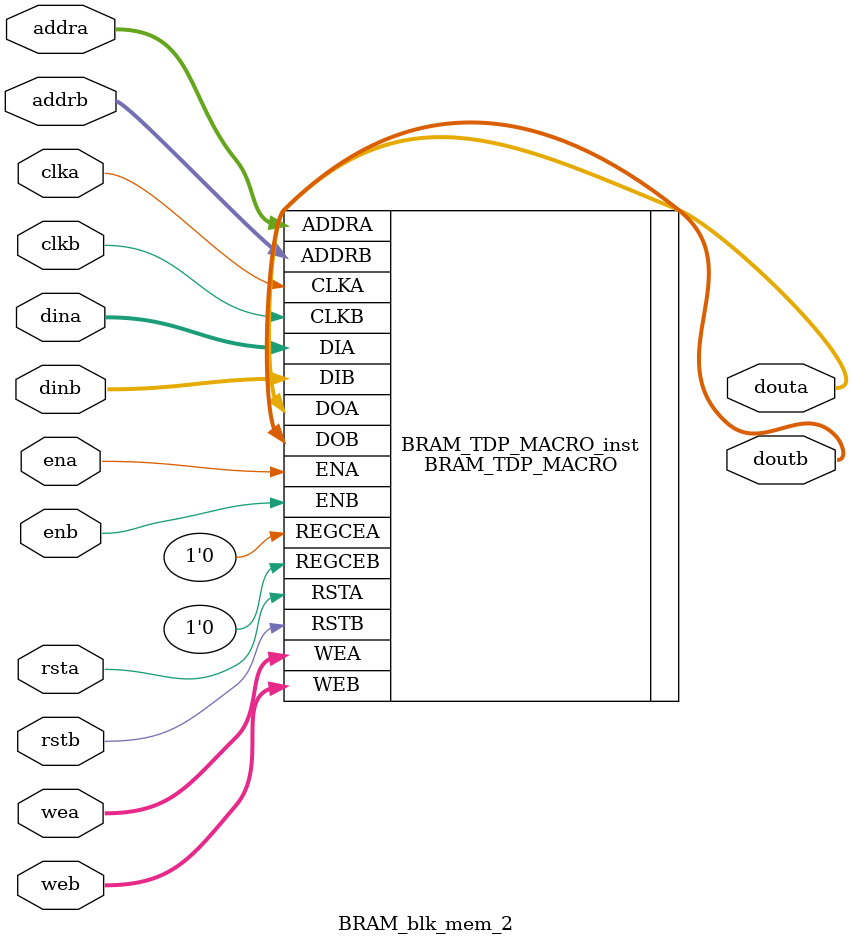
<source format=v>
`timescale 1ns/1ps

module BRAM_blk_mem_2 (
  clka,
  ena,
  wea,
  addra,
  dina,
  douta,
  rsta,
  clkb,
  enb,
  web,
  addrb,
  dinb,
  doutb,
  rstb
);


input wire clka;
input wire clkb;

input wire ena;
input wire enb;

input wire rsta;
input wire rstb;

input wire [3 : 0] wea;
input wire [3 : 0] web;

input wire [9 : 0] addra;
input wire [9 : 0] addrb;

input wire [31 : 0] dina;
input wire [31 : 0] dinb;

output wire [31 : 0] douta;
output wire [31 : 0] doutb;


// BRAM_TDP_MACRO : In order to incorporate this function into the design,
//   Verilog   : the following instance declaration needs to be placed
//  instance   : in the body of the design code.  The instance name
// declaration : (BRAM_TDP_MACRO_inst) and/or the port declarations within the
//    code     : parenthesis may be changed to properly reference and
//             : connect this function to the design.  All inputs
//             : and outputs must be connected.

//  <-----Cut code below this line---->

   // BRAM_TDP_MACRO: True Dual Port RAM
   //                 Virtex-7
   // Xilinx HDL Language Template, version 2016.4
   
   //////////////////////////////////////////////////////////////////////////
   // DATA_WIDTH_A/B | BRAM_SIZE | RAM Depth | ADDRA/B Width | WEA/B Width //
   // ===============|===========|===========|===============|=============//
   //     19-36      |  "36Kb"   |    1024   |    10-bit     |    4-bit    //
   //     10-18      |  "36Kb"   |    2048   |    11-bit     |    2-bit    //
   //     10-18      |  "18Kb"   |    1024   |    10-bit     |    2-bit    //
   //      5-9       |  "36Kb"   |    4096   |    12-bit     |    1-bit    //
   //      5-9       |  "18Kb"   |    2048   |    11-bit     |    1-bit    //
   //      3-4       |  "36Kb"   |    8192   |    13-bit     |    1-bit    //
   //      3-4       |  "18Kb"   |    4096   |    12-bit     |    1-bit    //
   //        2       |  "36Kb"   |   16384   |    14-bit     |    1-bit    //
   //        2       |  "18Kb"   |    8192   |    13-bit     |    1-bit    //
   //        1       |  "36Kb"   |   32768   |    15-bit     |    1-bit    //
   //        1       |  "18Kb"   |   16384   |    14-bit     |    1-bit    //
   //////////////////////////////////////////////////////////////////////////

   BRAM_TDP_MACRO #(
      .BRAM_SIZE("36Kb"), // Target BRAM: "18Kb" or "36Kb" 
      .DEVICE("7SERIES"), // Target device: "7SERIES" 
      .DOA_REG(0),        // Optional port A output register (0 or 1)
      .DOB_REG(0),        // Optional port B output register (0 or 1)
      .INIT_A(36'h00000000),  // Initial values on port A output port
      .INIT_B(36'h00000000), // Initial values on port B output port
      .INIT_FILE ("weight_2.mem"),
      .READ_WIDTH_A (32),   // Valid values are 1-36 (19-36 only valid when BRAM_SIZE="36Kb")
      .READ_WIDTH_B (32),   // Valid values are 1-36 (19-36 only valid when BRAM_SIZE="36Kb")
      .SIM_COLLISION_CHECK ("ALL"), // Collision check enable "ALL", "WARNING_ONLY", 
                                    //   "GENERATE_X_ONLY" or "NONE" 
      .SRVAL_A(36'h00000000), // Set/Reset value for port A output
      .SRVAL_B(36'h00000000), // Set/Reset value for port B output
      .WRITE_MODE_A("WRITE_FIRST"), // "WRITE_FIRST", "READ_FIRST", or "NO_CHANGE" 
      .WRITE_MODE_B("WRITE_FIRST"), // "WRITE_FIRST", "READ_FIRST", or "NO_CHANGE" 
      .WRITE_WIDTH_A(32), // Valid values are 1-36 (19-36 only valid when BRAM_SIZE="36Kb")
      .WRITE_WIDTH_B(32), // Valid values are 1-36 (19-36 only valid when BRAM_SIZE="36Kb")
      .INIT_00(256'h0000000000000000000000000000000000000000000000000000000000000000),
      .INIT_01(256'h0000000000000000000000000000000000000000000000000000000000000000),
      .INIT_02(256'h0000000000000000000000000000000000000000000000000000000000000000),
      .INIT_03(256'h0000000000000000000000000000000000000000000000000000000000000000),
      .INIT_04(256'h0000000000000000000000000000000000000000000000000000000000000000),
      .INIT_05(256'h0000000000000000000000000000000000000000000000000000000000000000),
      .INIT_06(256'h0000000000000000000000000000000000000000000000000000000000000000),
      .INIT_07(256'h0000000000000000000000000000000000000000000000000000000000000000),
      .INIT_08(256'h0000000000000000000000000000000000000000000000000000000000000000),
      .INIT_09(256'h0000000000000000000000000000000000000000000000000000000000000000),
      .INIT_0A(256'h0000000000000000000000000000000000000000000000000000000000000000),
      .INIT_0B(256'h0000000000000000000000000000000000000000000000000000000000000000),
      .INIT_0C(256'h0000000000000000000000000000000000000000000000000000000000000000),
      .INIT_0D(256'h0000000000000000000000000000000000000000000000000000000000000000),
      .INIT_0E(256'h0000000000000000000000000000000000000000000000000000000000000000),
      .INIT_0F(256'h0000000000000000000000000000000000000000000000000000000000000000),
      .INIT_10(256'h0000000000000000000000000000000000000000000000000000000000000000),
      .INIT_11(256'h0000000000000000000000000000000000000000000000000000000000000000),
      .INIT_12(256'h0000000000000000000000000000000000000000000000000000000000000000),
      .INIT_13(256'h0000000000000000000000000000000000000000000000000000000000000000),
      .INIT_14(256'h0000000000000000000000000000000000000000000000000000000000000000),
      .INIT_15(256'h0000000000000000000000000000000000000000000000000000000000000000),
      .INIT_16(256'h0000000000000000000000000000000000000000000000000000000000000000),
      .INIT_17(256'h0000000000000000000000000000000000000000000000000000000000000000),
      .INIT_18(256'h0000000000000000000000000000000000000000000000000000000000000000),
      .INIT_19(256'h0000000000000000000000000000000000000000000000000000000000000000),
      .INIT_1A(256'h0000000000000000000000000000000000000000000000000000000000000000),
      .INIT_1B(256'h0000000000000000000000000000000000000000000000000000000000000000),
      .INIT_1C(256'h0000000000000000000000000000000000000000000000000000000000000000),
      .INIT_1D(256'h0000000000000000000000000000000000000000000000000000000000000000),
      .INIT_1E(256'h0000000000000000000000000000000000000000000000000000000000000000),
      .INIT_1F(256'h0000000000000000000000000000000000000000000000000000000000000000),
      .INIT_20(256'h0000000000000000000000000000000000000000000000000000000000000000),
      .INIT_21(256'h0000000000000000000000000000000000000000000000000000000000000000),
      .INIT_22(256'h0000000000000000000000000000000000000000000000000000000000000000),
      .INIT_23(256'h0000000000000000000000000000000000000000000000000000000000000000),
      .INIT_24(256'h0000000000000000000000000000000000000000000000000000000000000000),
      .INIT_25(256'h0000000000000000000000000000000000000000000000000000000000000000),
      .INIT_26(256'h0000000000000000000000000000000000000000000000000000000000000000),
      .INIT_27(256'h0000000000000000000000000000000000000000000000000000000000000000),
      .INIT_28(256'h0000000000000000000000000000000000000000000000000000000000000000),
      .INIT_29(256'h0000000000000000000000000000000000000000000000000000000000000000),
      .INIT_2A(256'h0000000000000000000000000000000000000000000000000000000000000000),
      .INIT_2B(256'h0000000000000000000000000000000000000000000000000000000000000000),
      .INIT_2C(256'h0000000000000000000000000000000000000000000000000000000000000000),
      .INIT_2D(256'h0000000000000000000000000000000000000000000000000000000000000000),
      .INIT_2E(256'h0000000000000000000000000000000000000000000000000000000000000000),
      .INIT_2F(256'h0000000000000000000000000000000000000000000000000000000000000000),
      .INIT_30(256'h0000000000000000000000000000000000000000000000000000000000000000),
      .INIT_31(256'h0000000000000000000000000000000000000000000000000000000000000000),
      .INIT_32(256'h0000000000000000000000000000000000000000000000000000000000000000),
      .INIT_33(256'h0000000000000000000000000000000000000000000000000000000000000000),
      .INIT_34(256'h0000000000000000000000000000000000000000000000000000000000000000),
      .INIT_35(256'h0000000000000000000000000000000000000000000000000000000000000000),
      .INIT_36(256'h0000000000000000000000000000000000000000000000000000000000000000),
      .INIT_37(256'h0000000000000000000000000000000000000000000000000000000000000000),
      .INIT_38(256'h0000000000000000000000000000000000000000000000000000000000000000),
      .INIT_39(256'h0000000000000000000000000000000000000000000000000000000000000000),
      .INIT_3A(256'h0000000000000000000000000000000000000000000000000000000000000000),
      .INIT_3B(256'h0000000000000000000000000000000000000000000000000000000000000000),
      .INIT_3C(256'h0000000000000000000000000000000000000000000000000000000000000000),
      .INIT_3D(256'h0000000000000000000000000000000000000000000000000000000000000000),
      .INIT_3E(256'h0000000000000000000000000000000000000000000000000000000000000000),
      .INIT_3F(256'h0000000000000000000000000000000000000000000000000000000000000000),
      
      // The next set of INIT_xx are valid when configured as 36Kb
      .INIT_40(256'h0000000000000000000000000000000000000000000000000000000000000000),
      .INIT_41(256'h0000000000000000000000000000000000000000000000000000000000000000),
      .INIT_42(256'h0000000000000000000000000000000000000000000000000000000000000000),
      .INIT_43(256'h0000000000000000000000000000000000000000000000000000000000000000),
      .INIT_44(256'h0000000000000000000000000000000000000000000000000000000000000000),
      .INIT_45(256'h0000000000000000000000000000000000000000000000000000000000000000),
      .INIT_46(256'h0000000000000000000000000000000000000000000000000000000000000000),
      .INIT_47(256'h0000000000000000000000000000000000000000000000000000000000000000),
      .INIT_48(256'h0000000000000000000000000000000000000000000000000000000000000000),
      .INIT_49(256'h0000000000000000000000000000000000000000000000000000000000000000),
      .INIT_4A(256'h0000000000000000000000000000000000000000000000000000000000000000),
      .INIT_4B(256'h0000000000000000000000000000000000000000000000000000000000000000),
      .INIT_4C(256'h0000000000000000000000000000000000000000000000000000000000000000),
      .INIT_4D(256'h0000000000000000000000000000000000000000000000000000000000000000),
      .INIT_4E(256'h0000000000000000000000000000000000000000000000000000000000000000),
      .INIT_4F(256'h0000000000000000000000000000000000000000000000000000000000000000),
      .INIT_50(256'h0000000000000000000000000000000000000000000000000000000000000000),
      .INIT_51(256'h0000000000000000000000000000000000000000000000000000000000000000),
      .INIT_52(256'h0000000000000000000000000000000000000000000000000000000000000000),
      .INIT_53(256'h0000000000000000000000000000000000000000000000000000000000000000),
      .INIT_54(256'h0000000000000000000000000000000000000000000000000000000000000000),
      .INIT_55(256'h0000000000000000000000000000000000000000000000000000000000000000),
      .INIT_56(256'h0000000000000000000000000000000000000000000000000000000000000000),
      .INIT_57(256'h0000000000000000000000000000000000000000000000000000000000000000),
      .INIT_58(256'h0000000000000000000000000000000000000000000000000000000000000000),
      .INIT_59(256'h0000000000000000000000000000000000000000000000000000000000000000),
      .INIT_5A(256'h0000000000000000000000000000000000000000000000000000000000000000),
      .INIT_5B(256'h0000000000000000000000000000000000000000000000000000000000000000),
      .INIT_5C(256'h0000000000000000000000000000000000000000000000000000000000000000),
      .INIT_5D(256'h0000000000000000000000000000000000000000000000000000000000000000),
      .INIT_5E(256'h0000000000000000000000000000000000000000000000000000000000000000),
      .INIT_5F(256'h0000000000000000000000000000000000000000000000000000000000000000),
      .INIT_60(256'h0000000000000000000000000000000000000000000000000000000000000000),
      .INIT_61(256'h0000000000000000000000000000000000000000000000000000000000000000),
      .INIT_62(256'h0000000000000000000000000000000000000000000000000000000000000000),
      .INIT_63(256'h0000000000000000000000000000000000000000000000000000000000000000),
      .INIT_64(256'h0000000000000000000000000000000000000000000000000000000000000000),
      .INIT_65(256'h0000000000000000000000000000000000000000000000000000000000000000),
      .INIT_66(256'h0000000000000000000000000000000000000000000000000000000000000000),
      .INIT_67(256'h0000000000000000000000000000000000000000000000000000000000000000),
      .INIT_68(256'h0000000000000000000000000000000000000000000000000000000000000000),
      .INIT_69(256'h0000000000000000000000000000000000000000000000000000000000000000),
      .INIT_6A(256'h0000000000000000000000000000000000000000000000000000000000000000),
      .INIT_6B(256'h0000000000000000000000000000000000000000000000000000000000000000),
      .INIT_6C(256'h0000000000000000000000000000000000000000000000000000000000000000),
      .INIT_6D(256'h0000000000000000000000000000000000000000000000000000000000000000),
      .INIT_6E(256'h0000000000000000000000000000000000000000000000000000000000000000),
      .INIT_6F(256'h0000000000000000000000000000000000000000000000000000000000000000),
      .INIT_70(256'h0000000000000000000000000000000000000000000000000000000000000000),
      .INIT_71(256'h0000000000000000000000000000000000000000000000000000000000000000),
      .INIT_72(256'h0000000000000000000000000000000000000000000000000000000000000000),
      .INIT_73(256'h0000000000000000000000000000000000000000000000000000000000000000),
      .INIT_74(256'h0000000000000000000000000000000000000000000000000000000000000000),
      .INIT_75(256'h0000000000000000000000000000000000000000000000000000000000000000),
      .INIT_76(256'h0000000000000000000000000000000000000000000000000000000000000000),
      .INIT_77(256'h0000000000000000000000000000000000000000000000000000000000000000),
      .INIT_78(256'h0000000000000000000000000000000000000000000000000000000000000000),
      .INIT_79(256'h0000000000000000000000000000000000000000000000000000000000000000),
      .INIT_7A(256'h0000000000000000000000000000000000000000000000000000000000000000),
      .INIT_7B(256'h0000000000000000000000000000000000000000000000000000000000000000),
      .INIT_7C(256'h0000000000000000000000000000000000000000000000000000000000000000),
      .INIT_7D(256'h0000000000000000000000000000000000000000000000000000000000000000),
      .INIT_7E(256'h0000000000000000000000000000000000000000000000000000000000000000),
      .INIT_7F(256'h0000000000000000000000000000000000000000000000000000000000000000),
     
      // The next set of INITP_xx are for the parity bits
      //.INIT_FF(256'h0000000000000000000000000000000000000000000000000000000000000000),
      .INITP_00(256'h0000000000000000000000000000000000000000000000000000000000000000),
      .INITP_01(256'h0000000000000000000000000000000000000000000000000000000000000000),
      .INITP_02(256'h0000000000000000000000000000000000000000000000000000000000000000),
      .INITP_03(256'h0000000000000000000000000000000000000000000000000000000000000000),
      .INITP_04(256'h0000000000000000000000000000000000000000000000000000000000000000),
      .INITP_05(256'h0000000000000000000000000000000000000000000000000000000000000000),
      .INITP_06(256'h0000000000000000000000000000000000000000000000000000000000000000),
      .INITP_07(256'h0000000000000000000000000000000000000000000000000000000000000000),
      
      // The next set of INITP_xx are valid when configured as 36Kb
      .INITP_08(256'h0000000000000000000000000000000000000000000000000000000000000000),
      .INITP_09(256'h0000000000000000000000000000000000000000000000000000000000000000),
      .INITP_0A(256'h0000000000000000000000000000000000000000000000000000000000000000),
      .INITP_0B(256'h0000000000000000000000000000000000000000000000000000000000000000),
      .INITP_0C(256'h0000000000000000000000000000000000000000000000000000000000000000),
      .INITP_0D(256'h0000000000000000000000000000000000000000000000000000000000000000),
      .INITP_0E(256'h0000000000000000000000000000000000000000000000000000000000000000),
      .INITP_0F(256'h0000000000000000000000000000000000000000000000000000000000000000)
   ) BRAM_TDP_MACRO_inst (
      .DOA(douta),       // Output port-A data, width defined by READ_WIDTH_A parameter
      .DOB(doutb),       // Output port-B data, width defined by READ_WIDTH_B parameter
      .ADDRA(addra),   // Input port-A address, width defined by Port A depth
      .ADDRB(addrb),   // Input port-B address, width defined by Port B depth
      .CLKA(clka),     // 1-bit input port-A clock
      .CLKB(clkb),     // 1-bit input port-B clock
      .DIA(dina),       // Input port-A data, width defined by WRITE_WIDTH_A parameter
      .DIB(dinb),       // Input port-B data, width defined by WRITE_WIDTH_B parameter
      .ENA(ena),       // 1-bit input port-A enable
      .ENB(enb),       // 1-bit input port-B enable
      .REGCEA(1'D0), // 1-bit input port-A output register enable
      .REGCEB(1'D0), // 1-bit input port-B output register enable
      .RSTA(rsta),     // 1-bit input port-A reset
      .RSTB(rstb),     // 1-bit input port-B reset
      .WEA(wea),       // Input port-A write enable, width defined by Port A depth
      .WEB(web)        // Input port-B write enable, width defined by Port B depth
   );

   // End of BRAM_TDP_MACRO_inst instantiation
				
endmodule
</source>
